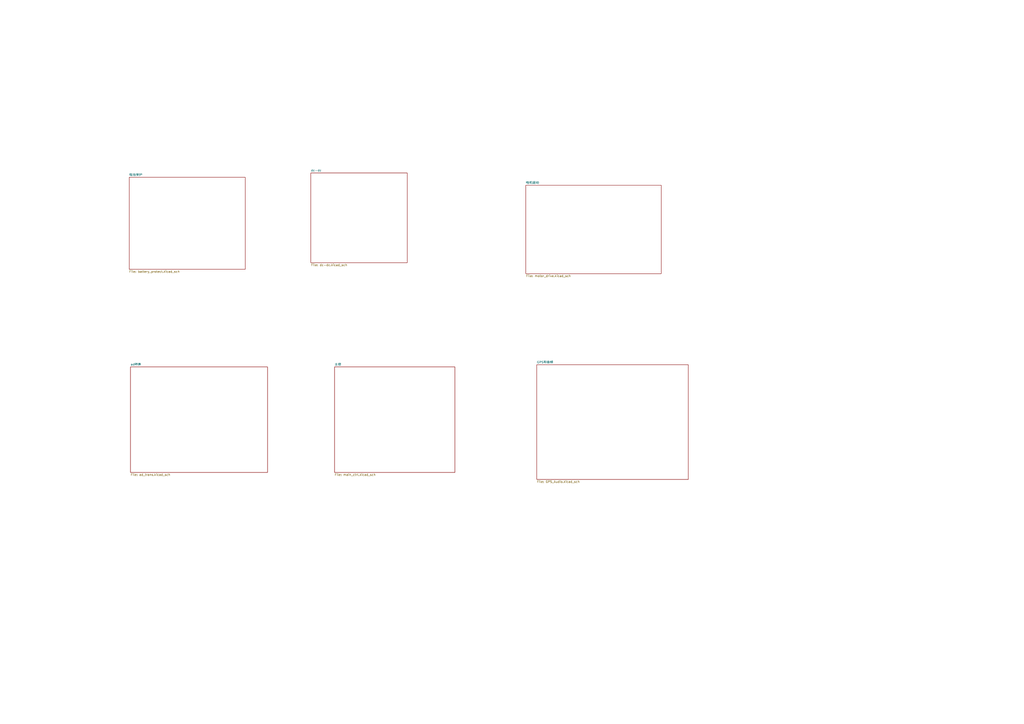
<source format=kicad_sch>
(kicad_sch
	(version 20231120)
	(generator "eeschema")
	(generator_version "8.0")
	(uuid "5cdb5c16-5e05-458b-86f0-906cf8114d7e")
	(paper "A2")
	(lib_symbols)
	(sheet
		(at 74.93 102.87)
		(size 67.31 53.34)
		(fields_autoplaced yes)
		(stroke
			(width 0.1524)
			(type solid)
		)
		(fill
			(color 0 0 0 0.0000)
		)
		(uuid "5bb27dea-91cd-4621-b9fa-d4f3f4b06f5d")
		(property "Sheetname" "电池保护"
			(at 74.93 102.1584 0)
			(effects
				(font
					(size 1.27 1.27)
				)
				(justify left bottom)
			)
		)
		(property "Sheetfile" "battery_protect.kicad_sch"
			(at 74.93 156.7946 0)
			(effects
				(font
					(size 1.27 1.27)
				)
				(justify left top)
			)
		)
		(instances
			(project "skateboard"
				(path "/5cdb5c16-5e05-458b-86f0-906cf8114d7e"
					(page "3")
				)
			)
		)
	)
	(sheet
		(at 194.056 212.852)
		(size 69.85 61.214)
		(fields_autoplaced yes)
		(stroke
			(width 0.1524)
			(type solid)
		)
		(fill
			(color 0 0 0 0.0000)
		)
		(uuid "5f743cab-9820-4aca-8ca5-f45b69affbe2")
		(property "Sheetname" "主控"
			(at 194.056 212.1404 0)
			(effects
				(font
					(size 1.27 1.27)
				)
				(justify left bottom)
			)
		)
		(property "Sheetfile" "main_ctrl.kicad_sch"
			(at 194.056 274.6506 0)
			(effects
				(font
					(size 1.27 1.27)
				)
				(justify left top)
			)
		)
		(instances
			(project "skateboard"
				(path "/5cdb5c16-5e05-458b-86f0-906cf8114d7e"
					(page "5")
				)
			)
		)
	)
	(sheet
		(at 305.054 107.442)
		(size 78.486 51.308)
		(fields_autoplaced yes)
		(stroke
			(width 0.1524)
			(type solid)
		)
		(fill
			(color 0 0 0 0.0000)
		)
		(uuid "8870eec1-b6db-450c-a373-adafd7a8a6ff")
		(property "Sheetname" "电机驱动"
			(at 305.054 106.7304 0)
			(effects
				(font
					(size 1.27 1.27)
				)
				(justify left bottom)
			)
		)
		(property "Sheetfile" "motor_drive.kicad_sch"
			(at 305.054 159.3346 0)
			(effects
				(font
					(size 1.27 1.27)
				)
				(justify left top)
			)
		)
		(instances
			(project "skateboard"
				(path "/5cdb5c16-5e05-458b-86f0-906cf8114d7e"
					(page "6")
				)
			)
		)
	)
	(sheet
		(at 75.692 212.852)
		(size 79.502 61.214)
		(fields_autoplaced yes)
		(stroke
			(width 0.1524)
			(type solid)
		)
		(fill
			(color 0 0 0 0.0000)
		)
		(uuid "8fba7f70-ee79-43c5-9a20-c78e89a58965")
		(property "Sheetname" "ad转换"
			(at 75.692 212.1404 0)
			(effects
				(font
					(size 1.27 1.27)
				)
				(justify left bottom)
			)
		)
		(property "Sheetfile" "ad_trans.kicad_sch"
			(at 75.692 274.6506 0)
			(effects
				(font
					(size 1.27 1.27)
				)
				(justify left top)
			)
		)
		(instances
			(project "skateboard"
				(path "/5cdb5c16-5e05-458b-86f0-906cf8114d7e"
					(page "4")
				)
			)
		)
	)
	(sheet
		(at 311.404 211.582)
		(size 87.884 66.548)
		(fields_autoplaced yes)
		(stroke
			(width 0.1524)
			(type solid)
		)
		(fill
			(color 0 0 0 0.0000)
		)
		(uuid "93df4dbe-6b68-4446-8795-6d4c035f014d")
		(property "Sheetname" "GPS和音频"
			(at 311.404 210.8704 0)
			(effects
				(font
					(size 1.27 1.27)
				)
				(justify left bottom)
			)
		)
		(property "Sheetfile" "GPS_Audio.kicad_sch"
			(at 311.404 278.7146 0)
			(effects
				(font
					(size 1.27 1.27)
				)
				(justify left top)
			)
		)
		(instances
			(project "skateboard"
				(path "/5cdb5c16-5e05-458b-86f0-906cf8114d7e"
					(page "7")
				)
			)
		)
	)
	(sheet
		(at 180.34 100.33)
		(size 55.88 52.07)
		(fields_autoplaced yes)
		(stroke
			(width 0.1524)
			(type solid)
		)
		(fill
			(color 0 0 0 0.0000)
		)
		(uuid "a3fdbea3-d6e1-4d7c-a3ab-219642affbfc")
		(property "Sheetname" "dc-dc"
			(at 180.34 99.6184 0)
			(effects
				(font
					(size 1.27 1.27)
				)
				(justify left bottom)
			)
		)
		(property "Sheetfile" "dc-dc.kicad_sch"
			(at 180.34 152.9846 0)
			(effects
				(font
					(size 1.27 1.27)
				)
				(justify left top)
			)
		)
		(property "字段 2" ""
			(at 180.34 100.33 0)
			(effects
				(font
					(size 1.27 1.27)
				)
				(hide yes)
			)
		)
		(instances
			(project "skateboard"
				(path "/5cdb5c16-5e05-458b-86f0-906cf8114d7e"
					(page "2")
				)
			)
		)
	)
	(sheet_instances
		(path "/"
			(page "1")
		)
	)
)

</source>
